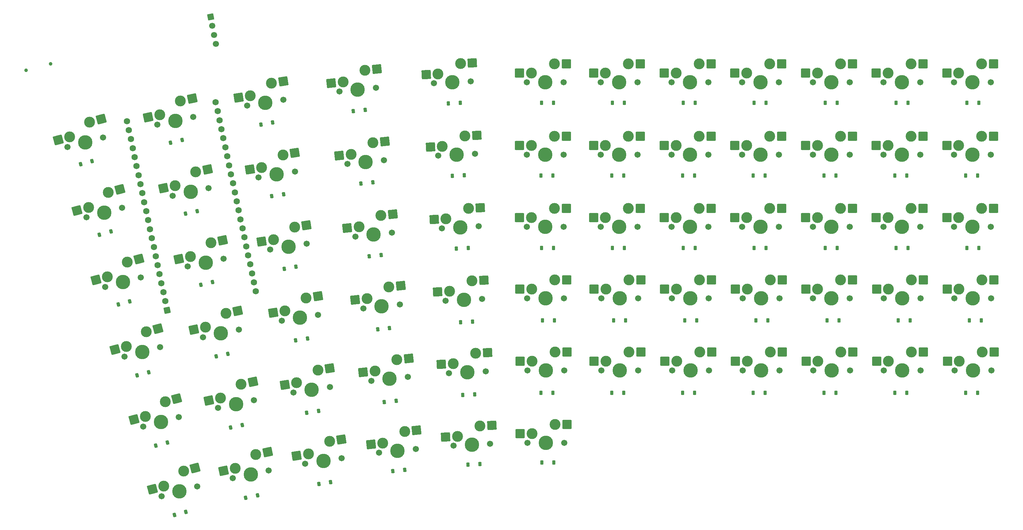
<source format=gbr>
%TF.GenerationSoftware,KiCad,Pcbnew,9.0.2*%
%TF.CreationDate,2025-07-31T22:53:19+02:00*%
%TF.ProjectId,multiboard_RIGHT,6d756c74-6962-46f6-9172-645f52494748,1.0*%
%TF.SameCoordinates,Original*%
%TF.FileFunction,Soldermask,Bot*%
%TF.FilePolarity,Negative*%
%FSLAX46Y46*%
G04 Gerber Fmt 4.6, Leading zero omitted, Abs format (unit mm)*
G04 Created by KiCad (PCBNEW 9.0.2) date 2025-07-31 22:53:19*
%MOMM*%
%LPD*%
G01*
G04 APERTURE LIST*
G04 Aperture macros list*
%AMRoundRect*
0 Rectangle with rounded corners*
0 $1 Rounding radius*
0 $2 $3 $4 $5 $6 $7 $8 $9 X,Y pos of 4 corners*
0 Add a 4 corners polygon primitive as box body*
4,1,4,$2,$3,$4,$5,$6,$7,$8,$9,$2,$3,0*
0 Add four circle primitives for the rounded corners*
1,1,$1+$1,$2,$3*
1,1,$1+$1,$4,$5*
1,1,$1+$1,$6,$7*
1,1,$1+$1,$8,$9*
0 Add four rect primitives between the rounded corners*
20,1,$1+$1,$2,$3,$4,$5,0*
20,1,$1+$1,$4,$5,$6,$7,0*
20,1,$1+$1,$6,$7,$8,$9,0*
20,1,$1+$1,$8,$9,$2,$3,0*%
%AMRotRect*
0 Rectangle, with rotation*
0 The origin of the aperture is its center*
0 $1 length*
0 $2 width*
0 $3 Rotation angle, in degrees counterclockwise*
0 Add horizontal line*
21,1,$1,$2,0,0,$3*%
G04 Aperture macros list end*
%ADD10RotRect,1.700000X1.700000X11.000000*%
%ADD11C,1.700000*%
%ADD12C,1.000000*%
%ADD13RoundRect,0.225000X-0.120276X-0.420456X0.314390X-0.303988X0.120276X0.420456X-0.314390X0.303988X0*%
%ADD14RoundRect,0.225000X-0.225000X-0.375000X0.225000X-0.375000X0.225000X0.375000X-0.225000X0.375000X0*%
%ADD15RoundRect,0.225000X-0.184569X-0.396465X0.262966X-0.349427X0.184569X0.396465X-0.262966X0.349427X0*%
%ADD16C,1.701800*%
%ADD17C,3.000000*%
%ADD18C,3.987800*%
%ADD19RoundRect,0.200000X0.766610X1.292453X-1.310130X0.735992X-0.766610X-1.292453X1.310130X-0.735992X0*%
%ADD20RoundRect,0.200000X1.075000X1.050000X-1.075000X1.050000X-1.075000X-1.050000X1.075000X-1.050000X0*%
%ADD21RoundRect,0.225000X-0.205066X-0.386262X0.244318X-0.362710X0.205066X0.386262X-0.244318X0.362710X0*%
%ADD22RoundRect,0.225000X-0.142116X-0.413585X0.298050X-0.320025X0.142116X0.413585X-0.298050X0.320025X0*%
%ADD23RoundRect,0.200000X0.897509X1.205240X-1.226021X0.868906X-0.897509X-1.205240X1.226021X-0.868906X0*%
%ADD24RoundRect,0.200000X1.018574X1.104822X-1.128480X0.992300X-1.018574X-1.104822X1.128480X-0.992300X0*%
%ADD25RoundRect,0.225000X-0.163567X-0.405581X0.280893X-0.335185X0.163567X0.405581X-0.280893X0.335185X0*%
%ADD26RoundRect,0.200000X0.959356X1.156616X-1.178866X0.931880X-0.959356X-1.156616X1.178866X-0.931880X0*%
%ADD27RoundRect,0.200000X0.833201X1.250560X-1.269816X0.803550X-0.833201X-1.250560X1.269816X-0.803550X0*%
%ADD28RoundRect,0.102000X-0.589230X-0.907335X0.907335X-0.589230X0.589230X0.907335X-0.907335X0.589230X0*%
%ADD29C,1.734000*%
G04 APERTURE END LIST*
D10*
%TO.C,J1*%
X83515345Y-38506667D03*
D11*
X84000000Y-41000000D03*
X84484655Y-43493333D03*
X84969310Y-45986666D03*
%TD*%
D12*
%TO.C,J2*%
X32600000Y-53300000D03*
X39361480Y-51488266D03*
%TD*%
D13*
%TO.C,D11*%
X68424502Y-156809082D03*
X71612060Y-155954978D03*
%TD*%
D14*
%TO.C,D50*%
X252891818Y-82274800D03*
X256191818Y-82274800D03*
%TD*%
D15*
%TO.C,D54*%
X122929777Y-64511854D03*
X126211699Y-64166910D03*
%TD*%
D14*
%TO.C,D30*%
X253710000Y-122274800D03*
X257010000Y-122274800D03*
%TD*%
D16*
%TO.C,SW13*%
X74738366Y-148957229D03*
D17*
X70970114Y-144707726D03*
D18*
X69831463Y-150272030D03*
D17*
X65493885Y-148804679D03*
D16*
X64924560Y-151586831D03*
D19*
X62330478Y-149652311D03*
X74159601Y-143853106D03*
%TD*%
D13*
%TO.C,D51*%
X47624502Y-79209082D03*
X50812060Y-78354978D03*
%TD*%
D14*
%TO.C,D16*%
X174710000Y-142274800D03*
X178010000Y-142274800D03*
%TD*%
D16*
%TO.C,SW42*%
X259943636Y-96450000D03*
D17*
X257403636Y-91370000D03*
D18*
X254863636Y-96450000D03*
D17*
X251053636Y-93910000D03*
D16*
X249783636Y-96450000D03*
D20*
X247778636Y-93910000D03*
X260705636Y-91370000D03*
%TD*%
D16*
%TO.C,SW64*%
X279447273Y-76530000D03*
D17*
X276907273Y-71450000D03*
D18*
X274367273Y-76530000D03*
D17*
X270557273Y-73990000D03*
D16*
X269287273Y-76530000D03*
D20*
X267282273Y-73990000D03*
X280209273Y-71450000D03*
%TD*%
D21*
%TO.C,D5*%
X154571806Y-162053154D03*
X157867284Y-161880446D03*
%TD*%
D16*
%TO.C,SW21*%
X240554091Y-136064800D03*
D17*
X238014091Y-130984800D03*
D18*
X235474091Y-136064800D03*
D17*
X231664091Y-133524800D03*
D16*
X230394091Y-136064800D03*
D20*
X228389091Y-133524800D03*
X241316091Y-130984800D03*
%TD*%
D14*
%TO.C,D48*%
X213800909Y-82274800D03*
X217100909Y-82274800D03*
%TD*%
%TO.C,D26*%
X175164545Y-122274800D03*
X178464545Y-122274800D03*
%TD*%
D16*
%TO.C,SW32*%
X260021363Y-116144800D03*
D17*
X257481363Y-111064800D03*
D18*
X254941363Y-116144800D03*
D17*
X251131363Y-113604800D03*
D16*
X249861363Y-116144800D03*
D20*
X247856363Y-113604800D03*
X260783363Y-111064800D03*
%TD*%
D22*
%TO.C,D42*%
X76624503Y-92809082D03*
X79852391Y-92122972D03*
%TD*%
D16*
%TO.C,SW55*%
X103638010Y-61411477D03*
D17*
X100334594Y-56791364D03*
D18*
X98620553Y-62206164D03*
D17*
X94460117Y-60293451D03*
D16*
X93603096Y-63000851D03*
D23*
X91225438Y-60805774D03*
X103595941Y-56274817D03*
%TD*%
D16*
%TO.C,SW60*%
X220936364Y-56530000D03*
D17*
X218396364Y-51450000D03*
D18*
X215856364Y-56530000D03*
D17*
X212046364Y-53990000D03*
D16*
X210776364Y-56530000D03*
D20*
X208771364Y-53990000D03*
X221698364Y-51450000D03*
%TD*%
D22*
%TO.C,D2*%
X93224503Y-171209082D03*
X96452391Y-170522972D03*
%TD*%
D16*
%TO.C,SW17*%
X159505765Y-136308933D03*
D17*
X156703379Y-131368829D03*
D18*
X154432727Y-136574800D03*
D17*
X150495015Y-134237681D03*
D16*
X149359689Y-136840667D03*
D24*
X147224503Y-134409081D03*
X160000854Y-131196015D03*
%TD*%
D16*
%TO.C,SW52*%
X259943636Y-76530000D03*
D17*
X257403636Y-71450000D03*
D18*
X254863636Y-76530000D03*
D17*
X251053636Y-73990000D03*
D16*
X249783636Y-76530000D03*
D20*
X247778636Y-73990000D03*
X260705636Y-71450000D03*
%TD*%
D16*
%TO.C,SW27*%
X158505765Y-116308933D03*
D17*
X155703379Y-111368829D03*
D18*
X153432727Y-116574800D03*
D17*
X149495015Y-114237681D03*
D16*
X148359689Y-116840667D03*
D24*
X146224503Y-114409081D03*
X159000854Y-111196015D03*
%TD*%
D14*
%TO.C,D63*%
X272755454Y-102274800D03*
X276055454Y-102274800D03*
%TD*%
D25*
%TO.C,D33*%
X103824503Y-108009081D03*
X107083875Y-107492847D03*
%TD*%
D16*
%TO.C,SW25*%
X113212101Y-120726277D03*
D17*
X109908685Y-116106164D03*
D18*
X108194644Y-121520964D03*
D17*
X104034208Y-119608251D03*
D16*
X103177187Y-122315651D03*
D23*
X100799529Y-120120574D03*
X113170032Y-115589617D03*
%TD*%
D14*
%TO.C,D39*%
X233600909Y-102274800D03*
X236900909Y-102274800D03*
%TD*%
D16*
%TO.C,SW6*%
X140150817Y-157713604D03*
D17*
X137093727Y-152926935D03*
D18*
X135098646Y-158244609D03*
D17*
X131044015Y-156116777D03*
D16*
X130046475Y-158775614D03*
D26*
X127786956Y-156459108D03*
X140377638Y-152581781D03*
%TD*%
D16*
%TO.C,SW20*%
X221086819Y-136064800D03*
D17*
X218546819Y-130984800D03*
D18*
X216006819Y-136064800D03*
D17*
X212196819Y-133524800D03*
D16*
X210926819Y-136064800D03*
D20*
X208921819Y-133524800D03*
X221848819Y-130984800D03*
%TD*%
D16*
%TO.C,SW26*%
X135788364Y-117863577D03*
D17*
X132731274Y-113076908D03*
D18*
X130736193Y-118394582D03*
D17*
X126681562Y-116266750D03*
D16*
X125684022Y-118925587D03*
D26*
X123424503Y-116609081D03*
X136015185Y-112731754D03*
%TD*%
D16*
%TO.C,SW39*%
X201432727Y-96450000D03*
D17*
X198892727Y-91370000D03*
D18*
X196352727Y-96450000D03*
D17*
X192542727Y-93910000D03*
D16*
X191272727Y-96450000D03*
D20*
X189267727Y-93910000D03*
X202194727Y-91370000D03*
%TD*%
D16*
%TO.C,SW18*%
X181145909Y-136064800D03*
D17*
X178605909Y-130984800D03*
D18*
X176065909Y-136064800D03*
D17*
X172255909Y-133524800D03*
D16*
X170985909Y-136064800D03*
D20*
X168980909Y-133524800D03*
X181907909Y-130984800D03*
%TD*%
D16*
%TO.C,SW49*%
X201432727Y-76530000D03*
D17*
X198892727Y-71450000D03*
D18*
X196352727Y-76530000D03*
D17*
X192542727Y-73990000D03*
D16*
X191272727Y-76530000D03*
D20*
X189267727Y-73990000D03*
X202194727Y-71450000D03*
%TD*%
D16*
%TO.C,SW48*%
X181002727Y-76530000D03*
D17*
X178462727Y-71450000D03*
D18*
X175922727Y-76530000D03*
D17*
X172112727Y-73990000D03*
D16*
X170842727Y-76530000D03*
D20*
X168837727Y-73990000D03*
X181764727Y-71450000D03*
%TD*%
D16*
%TO.C,SW24*%
X91324255Y-124779836D03*
D17*
X87783569Y-120338941D03*
D18*
X86355265Y-125836027D03*
D17*
X82100427Y-124143676D03*
D16*
X81386275Y-126892218D03*
D27*
X78896996Y-124824586D03*
X91013412Y-119652417D03*
%TD*%
D16*
%TO.C,SW53*%
X53853366Y-71822429D03*
D17*
X50085114Y-67572926D03*
D18*
X48946463Y-73137230D03*
D17*
X44608885Y-71669879D03*
D16*
X44039560Y-74452031D03*
D19*
X41445478Y-72517511D03*
X53274601Y-66718306D03*
%TD*%
D16*
%TO.C,SW62*%
X259943636Y-56530000D03*
D17*
X257403636Y-51450000D03*
D18*
X254863636Y-56530000D03*
D17*
X251053636Y-53990000D03*
D16*
X249783636Y-56530000D03*
D20*
X247778636Y-53990000D03*
X260705636Y-51450000D03*
%TD*%
D16*
%TO.C,SW29*%
X201539545Y-116144800D03*
D17*
X198999545Y-111064800D03*
D18*
X196459545Y-116144800D03*
D17*
X192649545Y-113604800D03*
D16*
X191379545Y-116144800D03*
D20*
X189374545Y-113604800D03*
X202301545Y-111064800D03*
%TD*%
D15*
%TO.C,D44*%
X125034323Y-84511854D03*
X128316245Y-84166910D03*
%TD*%
D14*
%TO.C,D58*%
X214023636Y-62274800D03*
X217323636Y-62274800D03*
%TD*%
D21*
%TO.C,D15*%
X153153624Y-142871154D03*
X156449102Y-142698446D03*
%TD*%
D16*
%TO.C,SW71*%
X298950909Y-96450000D03*
D17*
X296410909Y-91370000D03*
D18*
X293870909Y-96450000D03*
D17*
X290060909Y-93910000D03*
D16*
X288790909Y-96450000D03*
D20*
X286785909Y-93910000D03*
X299712909Y-91370000D03*
%TD*%
D14*
%TO.C,D67*%
X292332727Y-62274800D03*
X295632727Y-62274800D03*
%TD*%
D16*
%TO.C,SW47*%
X156505765Y-76308933D03*
D17*
X153703379Y-71368829D03*
D18*
X151432727Y-76574800D03*
D17*
X147495015Y-74237681D03*
D16*
X146359689Y-76840667D03*
D24*
X144224503Y-74409081D03*
X157000854Y-71196015D03*
%TD*%
D14*
%TO.C,D65*%
X272437272Y-142274800D03*
X275737272Y-142274800D03*
%TD*%
D16*
%TO.C,SW19*%
X201539545Y-136064800D03*
D17*
X198999545Y-130984800D03*
D18*
X196459545Y-136064800D03*
D17*
X192649545Y-133524800D03*
D16*
X191379545Y-136064800D03*
D20*
X189374545Y-133524800D03*
X202301545Y-130984800D03*
%TD*%
D14*
%TO.C,D18*%
X213800909Y-142274800D03*
X217100909Y-142274800D03*
%TD*%
D15*
%TO.C,D24*%
X129651141Y-124697054D03*
X132933063Y-124352110D03*
%TD*%
D16*
%TO.C,SW40*%
X220936364Y-96450000D03*
D17*
X218396364Y-91370000D03*
D18*
X215856364Y-96450000D03*
D17*
X212046364Y-93910000D03*
D16*
X210776364Y-96450000D03*
D20*
X208771364Y-93910000D03*
X221698364Y-91370000D03*
%TD*%
D22*
%TO.C,D22*%
X85024503Y-132209082D03*
X88252391Y-131522972D03*
%TD*%
D16*
%TO.C,SW46*%
X131388364Y-78063577D03*
D17*
X128331274Y-73276908D03*
D18*
X126336193Y-78594582D03*
D17*
X122281562Y-76466750D03*
D16*
X121284022Y-79125587D03*
D26*
X119024503Y-76809081D03*
X131615185Y-72931754D03*
%TD*%
D16*
%TO.C,SW45*%
X106792555Y-81211477D03*
D17*
X103489139Y-76591364D03*
D18*
X101775098Y-82006164D03*
D17*
X97614662Y-80093451D03*
D16*
X96757641Y-82800851D03*
D23*
X94379983Y-80605774D03*
X106750486Y-76074817D03*
%TD*%
D16*
%TO.C,SW51*%
X240440000Y-76530000D03*
D17*
X237900000Y-71450000D03*
D18*
X235360000Y-76530000D03*
D17*
X231550000Y-73990000D03*
D16*
X230280000Y-76530000D03*
D20*
X228275000Y-73990000D03*
X241202000Y-71450000D03*
%TD*%
D14*
%TO.C,D57*%
X194446363Y-62274800D03*
X197746363Y-62274800D03*
%TD*%
%TO.C,D6*%
X174982727Y-161456800D03*
X178282727Y-161456800D03*
%TD*%
D16*
%TO.C,SW43*%
X59053366Y-91222429D03*
D17*
X55285114Y-86972926D03*
D18*
X54146463Y-92537230D03*
D17*
X49808885Y-91069879D03*
D16*
X49239560Y-93852031D03*
D19*
X46645478Y-91917511D03*
X58474601Y-86118306D03*
%TD*%
D13*
%TO.C,D21*%
X63224502Y-137409082D03*
X66412060Y-136554978D03*
%TD*%
D14*
%TO.C,D56*%
X174869091Y-62274800D03*
X178169091Y-62274800D03*
%TD*%
D16*
%TO.C,SW31*%
X240554091Y-116144800D03*
D17*
X238014091Y-111064800D03*
D18*
X235474091Y-116144800D03*
D17*
X231664091Y-113604800D03*
D16*
X230394091Y-116144800D03*
D20*
X228389091Y-113604800D03*
X241316091Y-111064800D03*
%TD*%
D16*
%TO.C,SW73*%
X299115909Y-136064800D03*
D17*
X296575909Y-130984800D03*
D18*
X294035909Y-136064800D03*
D17*
X290225909Y-133524800D03*
D16*
X288955909Y-136064800D03*
D20*
X286950909Y-133524800D03*
X299877909Y-130984800D03*
%TD*%
D16*
%TO.C,SW8*%
X181145909Y-156064800D03*
D17*
X178605909Y-150984800D03*
D18*
X176065909Y-156064800D03*
D17*
X172255909Y-153524800D03*
D16*
X170985909Y-156064800D03*
D20*
X168980909Y-153524800D03*
X181907909Y-150984800D03*
%TD*%
D14*
%TO.C,D20*%
X252891818Y-142274800D03*
X256191818Y-142274800D03*
%TD*%
%TO.C,D38*%
X214023636Y-102274800D03*
X217323636Y-102274800D03*
%TD*%
D21*
%TO.C,D45*%
X150253169Y-82405954D03*
X153548647Y-82233246D03*
%TD*%
D14*
%TO.C,D69*%
X292332727Y-102274800D03*
X295632727Y-102274800D03*
%TD*%
D16*
%TO.C,SW3*%
X79832391Y-168113999D03*
D17*
X76064139Y-163864496D03*
D18*
X74925488Y-169428800D03*
D17*
X70587910Y-167961449D03*
D16*
X70018585Y-170743601D03*
D19*
X67424503Y-168809081D03*
X79253626Y-163009876D03*
%TD*%
D14*
%TO.C,D59*%
X233600909Y-62274800D03*
X236900909Y-62274800D03*
%TD*%
D25*
%TO.C,D53*%
X97424503Y-68209081D03*
X100683875Y-67692847D03*
%TD*%
D13*
%TO.C,D31*%
X58036946Y-117863184D03*
X61224504Y-117009080D03*
%TD*%
D16*
%TO.C,SW14*%
X95495164Y-144299836D03*
D17*
X91954478Y-139858941D03*
D18*
X90526174Y-145356027D03*
D17*
X86271336Y-143663676D03*
D16*
X85557184Y-146412218D03*
D27*
X83067905Y-144344586D03*
X95184321Y-139172417D03*
%TD*%
D14*
%TO.C,D28*%
X214437272Y-122274800D03*
X217737272Y-122274800D03*
%TD*%
D16*
%TO.C,SW41*%
X240440000Y-96450000D03*
D17*
X237900000Y-91370000D03*
D18*
X235360000Y-96450000D03*
D17*
X231550000Y-93910000D03*
D16*
X230280000Y-96450000D03*
D20*
X228275000Y-93910000D03*
X241202000Y-91370000D03*
%TD*%
D16*
%TO.C,SW67*%
X279568637Y-136064800D03*
D17*
X277028637Y-130984800D03*
D18*
X274488637Y-136064800D03*
D17*
X270678637Y-133524800D03*
D16*
X269408637Y-136064800D03*
D20*
X267403637Y-133524800D03*
X280330637Y-130984800D03*
%TD*%
D22*
%TO.C,D52*%
X72424503Y-73209082D03*
X75652391Y-72522972D03*
%TD*%
D13*
%TO.C,D1*%
X73518527Y-175965852D03*
X76706085Y-175111748D03*
%TD*%
D16*
%TO.C,SW56*%
X129188364Y-58063577D03*
D17*
X126131274Y-53276908D03*
D18*
X124136193Y-58594582D03*
D17*
X120081562Y-56466750D03*
D16*
X119084022Y-59125587D03*
D26*
X116824503Y-56809081D03*
X129415185Y-52931754D03*
%TD*%
D16*
%TO.C,SW36*%
X133588364Y-98063577D03*
D17*
X130531274Y-93276908D03*
D18*
X128536193Y-98594582D03*
D17*
X124481562Y-96466750D03*
D16*
X123484022Y-99125587D03*
D26*
X121224503Y-96809081D03*
X133815185Y-92931754D03*
%TD*%
D14*
%TO.C,D62*%
X272437272Y-82274800D03*
X275737272Y-82274800D03*
%TD*%
D16*
%TO.C,SW72*%
X299035909Y-116144800D03*
D17*
X296495909Y-111064800D03*
D18*
X293955909Y-116144800D03*
D17*
X290145909Y-113604800D03*
D16*
X288875909Y-116144800D03*
D20*
X286870909Y-113604800D03*
X299797909Y-111064800D03*
%TD*%
D16*
%TO.C,SW66*%
X279568637Y-116144800D03*
D17*
X277028637Y-111064800D03*
D18*
X274488637Y-116144800D03*
D17*
X270678637Y-113604800D03*
D16*
X269408637Y-116144800D03*
D20*
X267403637Y-113604800D03*
X280330637Y-111064800D03*
%TD*%
D14*
%TO.C,D40*%
X253178182Y-102274800D03*
X256478182Y-102274800D03*
%TD*%
D16*
%TO.C,SW30*%
X221006819Y-116144800D03*
D17*
X218466819Y-111064800D03*
D18*
X215926819Y-116144800D03*
D17*
X212116819Y-113604800D03*
D16*
X210846819Y-116144800D03*
D20*
X208841819Y-113604800D03*
X221768819Y-111064800D03*
%TD*%
D22*
%TO.C,D32*%
X80824503Y-112409082D03*
X84052391Y-111722972D03*
%TD*%
D15*
%TO.C,D34*%
X127329777Y-104591854D03*
X130611699Y-104246910D03*
%TD*%
D14*
%TO.C,D27*%
X194800909Y-122274800D03*
X198100909Y-122274800D03*
%TD*%
D25*
%TO.C,D13*%
X110067659Y-147777588D03*
X113327031Y-147261354D03*
%TD*%
D14*
%TO.C,D47*%
X194255454Y-82274800D03*
X197555454Y-82274800D03*
%TD*%
D16*
%TO.C,SW35*%
X110038010Y-101131477D03*
D17*
X106734594Y-96511364D03*
D18*
X105020553Y-101926164D03*
D17*
X100860117Y-100013451D03*
D16*
X100003096Y-102720851D03*
D23*
X97625438Y-100525774D03*
X109995941Y-95994817D03*
%TD*%
D16*
%TO.C,SW4*%
X99560619Y-163699836D03*
D17*
X96019933Y-159258941D03*
D18*
X94591629Y-164756027D03*
D17*
X90336791Y-163063676D03*
D16*
X89622639Y-165812218D03*
D27*
X87133360Y-163744586D03*
X99249776Y-158572417D03*
%TD*%
D16*
%TO.C,SW16*%
X137988364Y-137863577D03*
D17*
X134931274Y-133076908D03*
D18*
X132936193Y-138394582D03*
D17*
X128881562Y-136266750D03*
D16*
X127884022Y-138925587D03*
D26*
X125624503Y-136609081D03*
X138215185Y-132731754D03*
%TD*%
D16*
%TO.C,SW54*%
X78734710Y-66165036D03*
D17*
X75194024Y-61724141D03*
D18*
X73765720Y-67221227D03*
D17*
X69510882Y-65528876D03*
D16*
X68796730Y-68277418D03*
D27*
X66307451Y-66209786D03*
X78423867Y-61037617D03*
%TD*%
D14*
%TO.C,D49*%
X233346363Y-82274800D03*
X236646363Y-82274800D03*
%TD*%
D16*
%TO.C,SW5*%
X119684828Y-160246277D03*
D17*
X116381412Y-155626164D03*
D18*
X114667371Y-161040964D03*
D17*
X110506935Y-159128251D03*
D16*
X109649914Y-161835651D03*
D23*
X107272256Y-159640574D03*
X119642759Y-155109617D03*
%TD*%
D21*
%TO.C,D35*%
X151380442Y-102485954D03*
X154675920Y-102313246D03*
%TD*%
D16*
%TO.C,SW69*%
X298950909Y-56530000D03*
D17*
X296410909Y-51450000D03*
D18*
X293870909Y-56530000D03*
D17*
X290060909Y-53990000D03*
D16*
X288790909Y-56530000D03*
D20*
X286785909Y-53990000D03*
X299712909Y-51450000D03*
%TD*%
D16*
%TO.C,SW63*%
X279447273Y-56530000D03*
D17*
X276907273Y-51450000D03*
D18*
X274367273Y-56530000D03*
D17*
X270557273Y-53990000D03*
D16*
X269287273Y-56530000D03*
D20*
X267282273Y-53990000D03*
X280209273Y-51450000D03*
%TD*%
D14*
%TO.C,D60*%
X253178182Y-62274800D03*
X256478182Y-62274800D03*
%TD*%
D25*
%TO.C,D3*%
X113424503Y-167409081D03*
X116683875Y-166892847D03*
%TD*%
D16*
%TO.C,SW23*%
X69538366Y-129637229D03*
D17*
X65770114Y-125387726D03*
D18*
X64631463Y-130952030D03*
D17*
X60293885Y-129484679D03*
D16*
X59724560Y-132266831D03*
D19*
X57130478Y-130332311D03*
X68959601Y-124533106D03*
%TD*%
D14*
%TO.C,D36*%
X174869091Y-102274800D03*
X178169091Y-102274800D03*
%TD*%
%TO.C,D29*%
X234073636Y-122274800D03*
X237373636Y-122274800D03*
%TD*%
D16*
%TO.C,SW61*%
X240440000Y-56530000D03*
D17*
X237900000Y-51450000D03*
D18*
X235360000Y-56530000D03*
D17*
X231550000Y-53990000D03*
D16*
X230280000Y-56530000D03*
D20*
X228275000Y-53990000D03*
X241202000Y-51450000D03*
%TD*%
D16*
%TO.C,SW44*%
X82966528Y-85765036D03*
D17*
X79425842Y-81324141D03*
D18*
X77997538Y-86821227D03*
D17*
X73742700Y-85128876D03*
D16*
X73028548Y-87877418D03*
D27*
X70539269Y-85809786D03*
X82655685Y-80637617D03*
%TD*%
D14*
%TO.C,D19*%
X233346363Y-142274800D03*
X236646363Y-142274800D03*
%TD*%
%TO.C,D61*%
X272755454Y-62274800D03*
X276055454Y-62274800D03*
%TD*%
%TO.C,D46*%
X174710000Y-82274800D03*
X178010000Y-82274800D03*
%TD*%
D16*
%TO.C,SW33*%
X64265810Y-110396531D03*
D17*
X60497558Y-106147028D03*
D18*
X59358907Y-111711332D03*
D17*
X55021329Y-110243981D03*
D16*
X54452004Y-113026133D03*
D19*
X51857922Y-111091613D03*
X63687045Y-105292408D03*
%TD*%
D16*
%TO.C,SW7*%
X160705765Y-156308933D03*
D17*
X157903379Y-151368829D03*
D18*
X155632727Y-156574800D03*
D17*
X151695015Y-154237681D03*
D16*
X150559689Y-156840667D03*
D24*
X148424503Y-154409081D03*
X161200854Y-151196015D03*
%TD*%
D16*
%TO.C,SW28*%
X181065909Y-116144800D03*
D17*
X178525909Y-111064800D03*
D18*
X175985909Y-116144800D03*
D17*
X172175909Y-113604800D03*
D16*
X170905909Y-116144800D03*
D20*
X168900909Y-113604800D03*
X181827909Y-111064800D03*
%TD*%
D14*
%TO.C,D64*%
X273346363Y-122274800D03*
X276646363Y-122274800D03*
%TD*%
D21*
%TO.C,D25*%
X152517261Y-122791154D03*
X155812739Y-122618446D03*
%TD*%
D14*
%TO.C,D68*%
X291982727Y-82274800D03*
X295282727Y-82274800D03*
%TD*%
%TO.C,D71*%
X291982727Y-142274800D03*
X295282727Y-142274800D03*
%TD*%
D16*
%TO.C,SW59*%
X201432727Y-56530000D03*
D17*
X198892727Y-51450000D03*
D18*
X196352727Y-56530000D03*
D17*
X192542727Y-53990000D03*
D16*
X191272727Y-56530000D03*
D20*
X189267727Y-53990000D03*
X202194727Y-51450000D03*
%TD*%
D28*
%TO.C,U1*%
X71533819Y-119455403D03*
D29*
X71005722Y-116970910D03*
X70477627Y-114486413D03*
X69949531Y-112001918D03*
X69421435Y-109517423D03*
X68893340Y-107032928D03*
X68365245Y-104548434D03*
X67837148Y-102063939D03*
X67309053Y-99579444D03*
X66780957Y-97094949D03*
X66252861Y-94610454D03*
X65724765Y-92125959D03*
X65196670Y-89641464D03*
X64668575Y-87156969D03*
X64140478Y-84672474D03*
X63612383Y-82187979D03*
X63084287Y-79703484D03*
X62556191Y-77218990D03*
X62028096Y-74734495D03*
X61500000Y-72250000D03*
X60971904Y-69765505D03*
X60443809Y-67281010D03*
X96016853Y-114251374D03*
X95488755Y-111766879D03*
X94960660Y-109282384D03*
X94432565Y-106797890D03*
X93904468Y-104313395D03*
X93376374Y-101828900D03*
X92848278Y-99344404D03*
X92320182Y-96859909D03*
X91792086Y-94375415D03*
X91263991Y-91890920D03*
X90735895Y-89406425D03*
X90207798Y-86921930D03*
X89679703Y-84437435D03*
X89151608Y-81952940D03*
X88623512Y-79468446D03*
X88095417Y-76983951D03*
X87567323Y-74499456D03*
X87039225Y-72014960D03*
X86511129Y-69530466D03*
X85983034Y-67045971D03*
X85454938Y-64561476D03*
X84926842Y-62076981D03*
%TD*%
D16*
%TO.C,SW70*%
X298950909Y-76530000D03*
D17*
X296410909Y-71450000D03*
D18*
X293870909Y-76530000D03*
D17*
X290060909Y-73990000D03*
D16*
X288790909Y-76530000D03*
D20*
X286785909Y-73990000D03*
X299712909Y-71450000D03*
%TD*%
D22*
%TO.C,D12*%
X89024503Y-151809082D03*
X92252391Y-151122972D03*
%TD*%
D25*
%TO.C,D43*%
X100424503Y-88009081D03*
X103683875Y-87492847D03*
%TD*%
D16*
%TO.C,SW65*%
X279447273Y-96450000D03*
D17*
X276907273Y-91370000D03*
D18*
X274367273Y-96450000D03*
D17*
X270557273Y-93910000D03*
D16*
X269287273Y-96450000D03*
D20*
X267282273Y-93910000D03*
X280209273Y-91370000D03*
%TD*%
D14*
%TO.C,D37*%
X194446363Y-102274800D03*
X197746363Y-102274800D03*
%TD*%
D16*
%TO.C,SW50*%
X220936364Y-76530000D03*
D17*
X218396364Y-71450000D03*
D18*
X215856364Y-76530000D03*
D17*
X212046364Y-73990000D03*
D16*
X210776364Y-76530000D03*
D20*
X208771364Y-73990000D03*
X221698364Y-71450000D03*
%TD*%
D15*
%TO.C,D14*%
X131498414Y-144777054D03*
X134780336Y-144432110D03*
%TD*%
D16*
%TO.C,SW38*%
X181002727Y-96450000D03*
D17*
X178462727Y-91370000D03*
D18*
X175922727Y-96450000D03*
D17*
X172112727Y-93910000D03*
D16*
X170842727Y-96450000D03*
D20*
X168837727Y-93910000D03*
X181764727Y-91370000D03*
%TD*%
D13*
%TO.C,D41*%
X52824502Y-98609082D03*
X56012060Y-97754978D03*
%TD*%
D16*
%TO.C,SW34*%
X87134710Y-105285036D03*
D17*
X83594024Y-100844141D03*
D18*
X82165720Y-106341227D03*
D17*
X77910882Y-104648876D03*
D16*
X77196730Y-107397418D03*
D27*
X74707451Y-105329786D03*
X86823867Y-100157617D03*
%TD*%
D21*
%TO.C,D55*%
X149180442Y-62405954D03*
X152475920Y-62233246D03*
%TD*%
D14*
%TO.C,D17*%
X194255454Y-142274800D03*
X197555454Y-142274800D03*
%TD*%
D16*
%TO.C,SW58*%
X181002727Y-56530000D03*
D17*
X178462727Y-51450000D03*
D18*
X175922727Y-56530000D03*
D17*
X172112727Y-53990000D03*
D16*
X170842727Y-56530000D03*
D20*
X168837727Y-53990000D03*
X181764727Y-51450000D03*
%TD*%
D25*
%TO.C,D23*%
X107024503Y-127809081D03*
X110283875Y-127292847D03*
%TD*%
D16*
%TO.C,SW15*%
X116437075Y-140614784D03*
D17*
X113133659Y-135994671D03*
D18*
X111419618Y-141409471D03*
D17*
X107259182Y-139496758D03*
D16*
X106402161Y-142204158D03*
D23*
X104024503Y-140009081D03*
X116395006Y-135478124D03*
%TD*%
D16*
%TO.C,SW57*%
X155305765Y-56308933D03*
D17*
X152503379Y-51368829D03*
D18*
X150232727Y-56574800D03*
D17*
X146295015Y-54237681D03*
D16*
X145159689Y-56840667D03*
D24*
X143024503Y-54409081D03*
X155800854Y-51196015D03*
%TD*%
D16*
%TO.C,SW22*%
X260101363Y-136064800D03*
D17*
X257561363Y-130984800D03*
D18*
X255021363Y-136064800D03*
D17*
X251211363Y-133524800D03*
D16*
X249941363Y-136064800D03*
D20*
X247936363Y-133524800D03*
X260863363Y-130984800D03*
%TD*%
D14*
%TO.C,D70*%
X292982727Y-122274800D03*
X296282727Y-122274800D03*
%TD*%
D16*
%TO.C,SW37*%
X157505765Y-96308933D03*
D17*
X154703379Y-91368829D03*
D18*
X152432727Y-96574800D03*
D17*
X148495015Y-94237681D03*
D16*
X147359689Y-96840667D03*
D24*
X145224503Y-94409081D03*
X158000854Y-91196015D03*
%TD*%
D15*
%TO.C,D4*%
X133824503Y-163809081D03*
X137106425Y-163464137D03*
%TD*%
M02*

</source>
